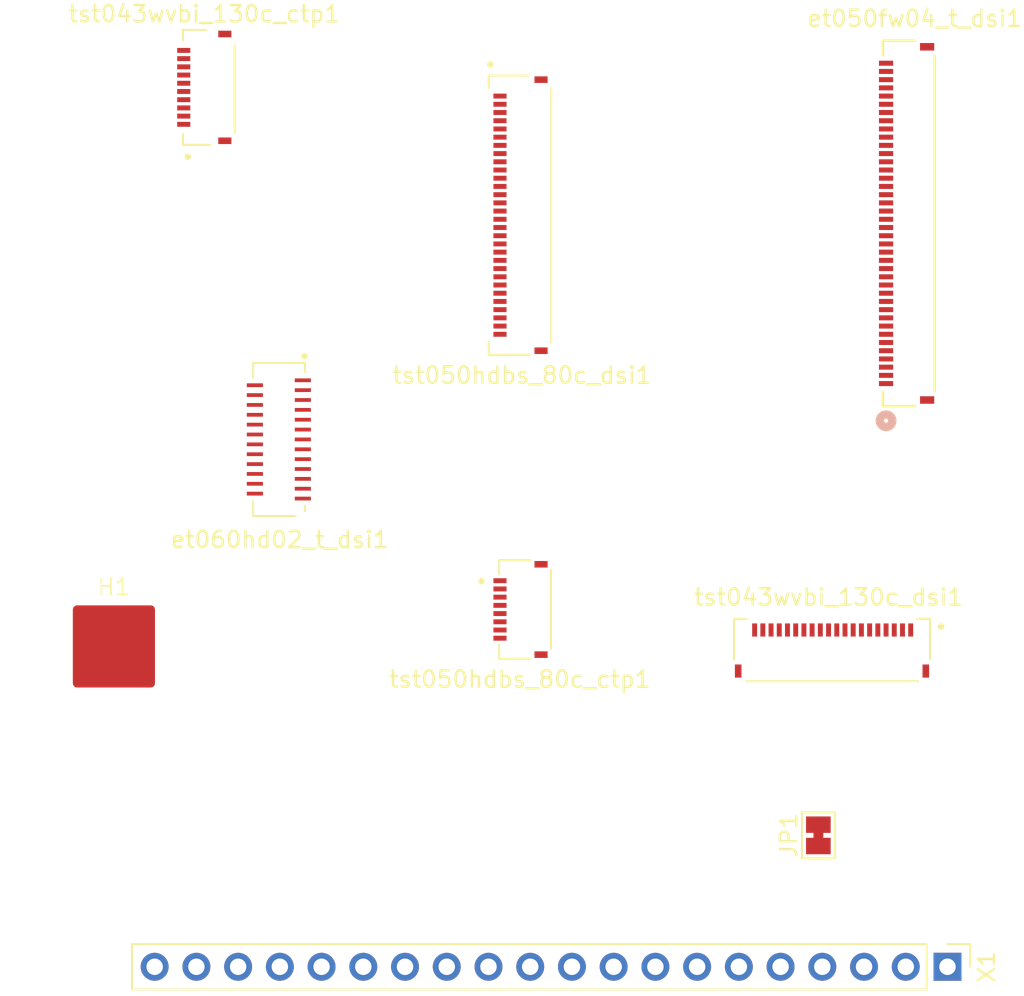
<source format=kicad_pcb>
(kicad_pcb (version 20241229) (generator "pcbnew") (generator_version "9.0")
  (layers (0 "F.Cu" signal) (2 "B.Cu" signal) (13 "F.Paste" user) (15 "B.Paste" user) (5 "F.SilkS" user "F.Silkscreen") (7 "B.SilkS" user "B.Silkscreen") (1 "F.Mask" user) (3 "B.Mask" user) (25 "Edge.Cuts" user))
  (net 0 "")
  (net 1 "GND")
  (net 2 "+1V8")
  (net 3 "VCC")
  (net 4 "/LED_K")
  (net 5 "/DSI_0_P")
  (net 6 "/RESET")
  (net 8 "/LED_A")
  (net 9 "/DSI_1_P")
  (net 10 "/DSI_CLK_P")
  (net 11 "/TE_O")
  (net 12 "/DSI_CLK_N")
  (net 13 "/DSI_1_N")
  (net 14 "/DSI_0_N")
  (net 15 "/DSI_3_P")
  (net 16 "/DSI_3_N")
  (net 17 "/DSI_2_N")
  (net 18 "/DSI_2_P")
  (net 19 "/SDA")
  (net 20 "/SCL")
  (net 21 "/INT")
  (net 25 "/RESET_FAILSAFE")
  (footprint "Jumper:SolderJumper-2_P1.3mm_Bridged_Pad1.0x1.5mm" (layer "F.Cu") (at 153.88 113 90)
    (property "Reference" "JP1" (at 0 -1.8 90) (layer "F.SilkS"))
    (property "Value" "SolderJumper_2_Bridged")
    (fp_poly (pts (xy -0.25 -0.3) (xy 0.25 -0.3) (xy 0.25 0.3) (xy -0.25 0.3)) (fill yes) (layer "F.Cu"))
    (fp_line (start 1.4 -1) (end 1.4 1) (stroke (width 0.12)) (layer "F.SilkS"))
    (fp_line (start -1.4 -1) (end 1.4 -1) (stroke (width 0.12)) (layer "F.SilkS"))
    (fp_line (start 1.4 1) (end -1.4 1) (stroke (width 0.12)) (layer "F.SilkS"))
    (fp_line (start -1.4 1) (end -1.4 -1) (stroke (width 0.12)) (layer "F.SilkS"))
    (pad "1" smd rect (at -0.65 0 90) (size 1 1.5) (layers "F.Cu" "F.Mask") (net 6 "/RESET"))
    (pad "2" smd rect (at 0.65 0 90) (size 1 1.5) (layers "F.Cu" "F.Mask") (net 25 "/RESET_FAILSAFE"))
  )
  (footprint "project:sus-grounding-pad" (layer "F.Cu") (at 111 101.5)
    (property "Reference" "H1" (at 0 -3.625 0) (layer "F.SilkS") (effects (font (thickness 0.1))))
    (property "Value" "MountingHole_Pad")
    (pad "1" smd roundrect (at 0 0) (size 5 5) (layers "F.Cu" "F.Mask" "F.Paste") (roundrect_rratio 0.05) (net 1 "GND"))
  )
  (footprint "project:Cvilux_CF4240FH0R0-05-NH_40pos-0.5mm-zif" (layer "F.Cu") (at 158 85.500002 90)
    (property "Reference" "et050fw04_t_dsi1" (at 22.22 1.75 0) (layer "F.SilkS"))
    (property "Value" "~")
    (fp_line (start 20.875201 -0.1905) (end 19.985142 -0.1905) (stroke (width 0.1524)) (layer "F.SilkS"))
    (fp_line (start -0.48514 -0.1905) (end -1.375199 -0.1905) (stroke (width 0.1524)) (layer "F.SilkS"))
    (fp_line (start -1.375199 -0.1905) (end -1.375199 1.769617) (stroke (width 0.1524)) (layer "F.SilkS"))
    (fp_line (start 20.875201 1.769617) (end 20.875201 -0.1905) (stroke (width 0.1524)) (layer "F.SilkS"))
    (fp_line (start -0.439772 2.9591) (end 19.939774 2.9591) (stroke (width 0.1524)) (layer "F.SilkS"))
    (fp_circle (center -2.264199 0) (end -1.883199 0) (stroke (width 0.508)) (fill no) (layer "F.SilkS"))
    (fp_circle (center -2.264199 0) (end -1.883199 0) (stroke (width 0.508)) (fill no) (layer "B.SilkS"))
    (pad "" smd rect (at -1 2.500122 90) (size 0.4572 0.8636) (layers "F.Cu" "F.Mask" "F.Paste"))
    (pad "" smd rect (at 20.500002 2.500122 90) (size 0.4572 0.8636) (layers "F.Cu" "F.Mask" "F.Paste"))
    (pad "1" smd rect (at 0 0 90) (size 0.3048 0.8636) (layers "F.Cu" "F.Mask" "F.Paste") (net 1 "GND"))
    (pad "2" smd rect (at 0.500002 0 90) (size 0.3048 0.8636) (layers "F.Cu" "F.Mask" "F.Paste") (net 5 "/DSI_0_P"))
    (pad "3" smd rect (at 1.000001 0 90) (size 0.3048 0.8636) (layers "F.Cu" "F.Mask" "F.Paste") (net 14 "/DSI_0_N"))
    (pad "4" smd rect (at 1.5 0 90) (size 0.3048 0.8636) (layers "F.Cu" "F.Mask" "F.Paste") (net 1 "GND"))
    (pad "5" smd rect (at 2.000001 0 90) (size 0.3048 0.8636) (layers "F.Cu" "F.Mask" "F.Paste") (net 9 "/DSI_1_P"))
    (pad "6" smd rect (at 2.5 0 90) (size 0.3048 0.8636) (layers "F.Cu" "F.Mask" "F.Paste") (net 13 "/DSI_1_N"))
    (pad "7" smd rect (at 3.000002 0 90) (size 0.3048 0.8636) (layers "F.Cu" "F.Mask" "F.Paste") (net 1 "GND"))
    (pad "8" smd rect (at 3.500001 0 90) (size 0.3048 0.8636) (layers "F.Cu" "F.Mask" "F.Paste") (net 10 "/DSI_CLK_P"))
    (pad "9" smd rect (at 4 0 90) (size 0.3048 0.8636) (layers "F.Cu" "F.Mask" "F.Paste") (net 12 "/DSI_CLK_N"))
    (pad "10" smd rect (at 4.500001 0 90) (size 0.3048 0.8636) (layers "F.Cu" "F.Mask" "F.Paste") (net 1 "GND"))
    (pad "11" smd rect (at 5 0 90) (size 0.3048 0.8636) (layers "F.Cu" "F.Mask" "F.Paste"))
    (pad "12" smd rect (at 5.500002 0 90) (size 0.3048 0.8636) (layers "F.Cu" "F.Mask" "F.Paste"))
    (pad "13" smd rect (at 6.000001 0 90) (size 0.3048 0.8636) (layers "F.Cu" "F.Mask" "F.Paste") (net 1 "GND"))
    (pad "14" smd rect (at 6.5 0 90) (size 0.3048 0.8636) (layers "F.Cu" "F.Mask" "F.Paste"))
    (pad "15" smd rect (at 7.000001 0 90) (size 0.3048 0.8636) (layers "F.Cu" "F.Mask" "F.Paste"))
    (pad "16" smd rect (at 7.5 0 90) (size 0.3048 0.8636) (layers "F.Cu" "F.Mask" "F.Paste") (net 1 "GND"))
    (pad "17" smd rect (at 8.000002 0 90) (size 0.3048 0.8636) (layers "F.Cu" "F.Mask" "F.Paste") (net 1 "GND"))
    (pad "18" smd rect (at 8.500001 0 90) (size 0.3048 0.8636) (layers "F.Cu" "F.Mask" "F.Paste") (net 2 "+1V8"))
    (pad "19" smd rect (at 9 0 90) (size 0.3048 0.8636) (layers "F.Cu" "F.Mask" "F.Paste") (net 2 "+1V8"))
    (pad "20" smd rect (at 9.500001 0 90) (size 0.3048 0.8636) (layers "F.Cu" "F.Mask" "F.Paste") (net 11 "/TE_O"))
    (pad "21" smd rect (at 10 0 90) (size 0.3048 0.8636) (layers "F.Cu" "F.Mask" "F.Paste"))
    (pad "22" smd rect (at 10.500002 0 90) (size 0.3048 0.8636) (layers "F.Cu" "F.Mask" "F.Paste"))
    (pad "23" smd rect (at 11.000001 0 90) (size 0.3048 0.8636) (layers "F.Cu" "F.Mask" "F.Paste"))
    (pad "24" smd rect (at 11.5 0 90) (size 0.3048 0.8636) (layers "F.Cu" "F.Mask" "F.Paste") (net 6 "/RESET"))
    (pad "25" smd rect (at 12.000002 0 90) (size 0.3048 0.8636) (layers "F.Cu" "F.Mask" "F.Paste"))
    (pad "26" smd rect (at 12.500001 0 90) (size 0.3048 0.8636) (layers "F.Cu" "F.Mask" "F.Paste"))
    (pad "27" smd rect (at 13.000002 0 90) (size 0.3048 0.8636) (layers "F.Cu" "F.Mask" "F.Paste") (net 1 "GND"))
    (pad "28" smd rect (at 13.500001 0 90) (size 0.3048 0.8636) (layers "F.Cu" "F.Mask" "F.Paste") (net 4 "/LED_K"))
    (pad "29" smd rect (at 14 0 90) (size 0.3048 0.8636) (layers "F.Cu" "F.Mask" "F.Paste") (net 4 "/LED_K"))
    (pad "30" smd rect (at 14.500002 0 90) (size 0.3048 0.8636) (layers "F.Cu" "F.Mask" "F.Paste") (net 1 "GND"))
    (pad "31" smd rect (at 15.000001 0 90) (size 0.3048 0.8636) (layers "F.Cu" "F.Mask" "F.Paste"))
    (pad "32" smd rect (at 15.5 0 90) (size 0.3048 0.8636) (layers "F.Cu" "F.Mask" "F.Paste") (net 1 "GND"))
    (pad "33" smd rect (at 16.000001 0 90) (size 0.3048 0.8636) (layers "F.Cu" "F.Mask" "F.Paste") (net 1 "GND"))
    (pad "34" smd rect (at 16.5 0 90) (size 0.3048 0.8636) (layers "F.Cu" "F.Mask" "F.Paste"))
    (pad "35" smd rect (at 17.000002 0 90) (size 0.3048 0.8636) (layers "F.Cu" "F.Mask" "F.Paste") (net 8 "/LED_A"))
    (pad "36" smd rect (at 17.500001 0 90) (size 0.3048 0.8636) (layers "F.Cu" "F.Mask" "F.Paste") (net 8 "/LED_A"))
    (pad "37" smd rect (at 18 0 90) (size 0.3048 0.8636) (layers "F.Cu" "F.Mask" "F.Paste") (net 1 "GND"))
    (pad "38" smd rect (at 18.500001 0 90) (size 0.3048 0.8636) (layers "F.Cu" "F.Mask" "F.Paste") (net 3 "VCC"))
    (pad "39" smd rect (at 19 0 90) (size 0.3048 0.8636) (layers "F.Cu" "F.Mask" "F.Paste") (net 3 "VCC"))
    (pad "40" smd rect (at 19.500002 0 90) (size 0.3048 0.8636) (layers "F.Cu" "F.Mask" "F.Paste"))
  )
  (footprint "Connector_PinHeader_2.54mm:PinHeader_1x20_P2.54mm_Vertical" (layer "F.Cu") (at 161.74 121 -90)
    (property "Reference" "X1" (at 0 -2.38 270) (layer "F.SilkS"))
    (property "Value" "~")
    (fp_line (start -1.38 49.64) (end 1.38 49.64) (stroke (width 0.12)) (layer "F.SilkS"))
    (fp_line (start -1.38 1.27) (end -1.38 49.64) (stroke (width 0.12)) (layer "F.SilkS"))
    (fp_line (start -1.38 1.27) (end 1.38 1.27) (stroke (width 0.12)) (layer "F.SilkS"))
    (fp_line (start 1.38 1.27) (end 1.38 49.64) (stroke (width 0.12)) (layer "F.SilkS"))
    (fp_line (start -1.38 0) (end -1.38 -1.38) (stroke (width 0.12)) (layer "F.SilkS"))
    (fp_line (start -1.38 -1.38) (end 0 -1.38) (stroke (width 0.12)) (layer "F.SilkS"))
    (pad "1" thru_hole rect (at 0 0 270) (size 1.7 1.7) (drill 1) (layers "*.Cu" "*.Mask") (net 3 "VCC"))
    (pad "2" thru_hole circle (at 0 2.54 270) (size 1.7 1.7) (drill 1) (layers "*.Cu" "*.Mask") (net 2 "+1V8"))
    (pad "3" thru_hole circle (at 0 5.08 270) (size 1.7 1.7) (drill 1) (layers "*.Cu" "*.Mask") (net 1 "GND"))
    (pad "4" thru_hole circle (at 0 7.62 270) (size 1.7 1.7) (drill 1) (layers "*.Cu" "*.Mask") (net 6 "/RESET"))
    (pad "5" thru_hole circle (at 0 10.16 270) (size 1.7 1.7) (drill 1) (layers "*.Cu" "*.Mask") (net 21 "/INT"))
    (pad "6" thru_hole circle (at 0 12.7 270) (size 1.7 1.7) (drill 1) (layers "*.Cu" "*.Mask") (net 11 "/TE_O"))
    (pad "7" thru_hole circle (at 0 15.24 270) (size 1.7 1.7) (drill 1) (layers "*.Cu" "*.Mask") (net 20 "/SCL"))
    (pad "8" thru_hole circle (at 0 17.78 270) (size 1.7 1.7) (drill 1) (layers "*.Cu" "*.Mask") (net 19 "/SDA"))
    (pad "9" thru_hole circle (at 0 20.32 270) (size 1.7 1.7) (drill 1) (layers "*.Cu" "*.Mask") (net 8 "/LED_A"))
    (pad "10" thru_hole circle (at 0 22.86 270) (size 1.7 1.7) (drill 1) (layers "*.Cu" "*.Mask") (net 4 "/LED_K"))
    (pad "11" thru_hole circle (at 0 25.4 270) (size 1.7 1.7) (drill 1) (layers "*.Cu" "*.Mask") (net 14 "/DSI_0_N"))
    (pad "12" thru_hole circle (at 0 27.94 270) (size 1.7 1.7) (drill 1) (layers "*.Cu" "*.Mask") (net 5 "/DSI_0_P"))
    (pad "13" thru_hole circle (at 0 30.48 270) (size 1.7 1.7) (drill 1) (layers "*.Cu" "*.Mask") (net 13 "/DSI_1_N"))
    (pad "14" thru_hole circle (at 0 33.02 270) (size 1.7 1.7) (drill 1) (layers "*.Cu" "*.Mask") (net 9 "/DSI_1_P"))
    (pad "15" thru_hole circle (at 0 35.56 270) (size 1.7 1.7) (drill 1) (layers "*.Cu" "*.Mask") (net 12 "/DSI_CLK_N"))
    (pad "16" thru_hole circle (at 0 38.1 270) (size 1.7 1.7) (drill 1) (layers "*.Cu" "*.Mask") (net 10 "/DSI_CLK_P"))
    (pad "17" thru_hole circle (at 0 40.64 270) (size 1.7 1.7) (drill 1) (layers "*.Cu" "*.Mask") (net 17 "/DSI_2_N"))
    (pad "18" thru_hole circle (at 0 43.18 270) (size 1.7 1.7) (drill 1) (layers "*.Cu" "*.Mask") (net 18 "/DSI_2_P"))
    (pad "19" thru_hole circle (at 0 45.72 270) (size 1.7 1.7) (drill 1) (layers "*.Cu" "*.Mask") (net 16 "/DSI_3_N"))
    (pad "20" thru_hole circle (at 0 48.26 270) (size 1.7 1.7) (drill 1) (layers "*.Cu" "*.Mask") (net 15 "/DSI_3_P"))
  )
  (footprint "project:TE_2328702_8pos-0.5mm-zif" (layer "F.Cu") (at 135.7 99.25 90)
    (property "Reference" "tst050hdbs_80c_ctp1" (at -4.25 0 180) (layer "F.SilkS"))
    (property "Value" "~")
    (fp_line (start 3 -1.25) (end 3 0.65) (stroke (width 0.127)) (layer "F.SilkS"))
    (fp_line (start 2.15 -1.25) (end 3 -1.25) (stroke (width 0.127)) (layer "F.SilkS"))
    (fp_line (start -2.15 -1.25) (end -3 -1.25) (stroke (width 0.127)) (layer "F.SilkS"))
    (fp_line (start -3 -1.25) (end -3 0.65) (stroke (width 0.127)) (layer "F.SilkS"))
    (fp_line (start -2.4 1.9) (end 2.4 1.9) (stroke (width 0.127)) (layer "F.SilkS"))
    (fp_circle (center 1.725 -2.325) (end 1.825 -2.325) (stroke (width 0.2)) (fill no) (layer "F.SilkS"))
    (pad "" smd rect (at -2.75 1.3 90) (size 0.4 0.8) (layers "F.Cu" "F.Mask" "F.Paste"))
    (pad "" smd rect (at 2.75 1.3 90) (size 0.4 0.8) (layers "F.Cu" "F.Mask" "F.Paste"))
    (pad "1" smd rect (at 1.75 -1.2 90) (size 0.3 0.8) (layers "F.Cu" "F.Mask" "F.Paste") (net 1 "GND"))
    (pad "2" smd rect (at 1.25 -1.2 90) (size 0.3 0.8) (layers "F.Cu" "F.Mask" "F.Paste") (net 2 "+1V8"))
    (pad "3" smd rect (at 0.75 -1.2 90) (size 0.3 0.8) (layers "F.Cu" "F.Mask" "F.Paste") (net 3 "VCC"))
    (pad "4" smd rect (at 0.25 -1.2 90) (size 0.3 0.8) (layers "F.Cu" "F.Mask" "F.Paste") (net 20 "/SCL"))
    (pad "5" smd rect (at -0.25 -1.2 90) (size 0.3 0.8) (layers "F.Cu" "F.Mask" "F.Paste") (net 19 "/SDA"))
    (pad "6" smd rect (at -0.75 -1.2 90) (size 0.3 0.8) (layers "F.Cu" "F.Mask" "F.Paste") (net 21 "/INT"))
    (pad "7" smd rect (at -1.25 -1.2 90) (size 0.3 0.8) (layers "F.Cu" "F.Mask" "F.Paste") (net 25 "/RESET_FAILSAFE"))
    (pad "8" smd rect (at -1.75 -1.2 90) (size 0.3 0.8) (layers "F.Cu" "F.Mask" "F.Paste") (net 1 "GND"))
  )
  (footprint "project:Cvilux_CF4230FH0R0-05-NH_30pos-0.5mm-zif" (layer "F.Cu") (at 135.72 75.25 90)
    (property "Reference" "tst050hdbs_80c_dsi1" (at -9.741929 0.11858 0) (layer "F.SilkS"))
    (property "Value" "~")
    (fp_line (start 7.72 -1.9) (end 8.5 -1.9) (stroke (width 0.127)) (layer "F.SilkS"))
    (fp_line (start -8.5 -1.9) (end -7.72 -1.9) (stroke (width 0.127)) (layer "F.SilkS"))
    (fp_line (start -8.5 -1.9) (end -8.5 0.56) (stroke (width 0.127)) (layer "F.SilkS"))
    (fp_line (start 8.5 0.56) (end 8.5 -1.9) (stroke (width 0.127)) (layer "F.SilkS"))
    (fp_line (start -7.73 1.9) (end 7.73 1.9) (stroke (width 0.127)) (layer "F.SilkS"))
    (fp_circle (center 9.175 -1.8) (end 9.275 -1.8) (stroke (width 0.2)) (fill no) (layer "F.SilkS"))
    (pad "" smd rect (at -8.25 1.28 90) (size 0.4 0.8) (layers "F.Cu" "F.Mask" "F.Paste"))
    (pad "" smd rect (at 8.25 1.28 90) (size 0.4 0.8) (layers "F.Cu" "F.Mask" "F.Paste"))
    (pad "1" smd rect (at 7.25 -1.22 90) (size 0.3 0.8) (layers "F.Cu" "F.Mask" "F.Paste"))
    (pad "2" smd rect (at 6.75 -1.22 90) (size 0.3 0.8) (layers "F.Cu" "F.Mask" "F.Paste") (net 8 "/LED_A"))
    (pad "3" smd rect (at 6.25 -1.22 90) (size 0.3 0.8) (layers "F.Cu" "F.Mask" "F.Paste") (net 8 "/LED_A"))
    (pad "4" smd rect (at 5.75 -1.22 90) (size 0.3 0.8) (layers "F.Cu" "F.Mask" "F.Paste") (net 4 "/LED_K"))
    (pad "5" smd rect (at 5.25 -1.22 90) (size 0.3 0.8) (layers "F.Cu" "F.Mask" "F.Paste") (net 4 "/LED_K"))
    (pad "6" smd rect (at 4.75 -1.22 90) (size 0.3 0.8) (layers "F.Cu" "F.Mask" "F.Paste") (net 1 "GND"))
    (pad "7" smd rect (at 4.25 -1.22 90) (size 0.3 0.8) (layers "F.Cu" "F.Mask" "F.Paste") (net 3 "VCC"))
    (pad "8" smd rect (at 3.75 -1.22 90) (size 0.3 0.8) (layers "F.Cu" "F.Mask" "F.Paste") (net 2 "+1V8"))
    (pad "9" smd rect (at 3.25 -1.22 90) (size 0.3 0.8) (layers "F.Cu" "F.Mask" "F.Paste"))
    (pad "10" smd rect (at 2.75 -1.22 90) (size 0.3 0.8) (layers "F.Cu" "F.Mask" "F.Paste") (net 11 "/TE_O"))
    (pad "11" smd rect (at 2.25 -1.22 90) (size 0.3 0.8) (layers "F.Cu" "F.Mask" "F.Paste") (net 6 "/RESET"))
    (pad "12" smd rect (at 1.75 -1.22 90) (size 0.3 0.8) (layers "F.Cu" "F.Mask" "F.Paste") (net 1 "GND"))
    (pad "13" smd rect (at 1.25 -1.22 90) (size 0.3 0.8) (layers "F.Cu" "F.Mask" "F.Paste") (net 14 "/DSI_0_N"))
    (pad "14" smd rect (at 0.75 -1.22 90) (size 0.3 0.8) (layers "F.Cu" "F.Mask" "F.Paste") (net 5 "/DSI_0_P"))
    (pad "15" smd rect (at 0.25 -1.22 90) (size 0.3 0.8) (layers "F.Cu" "F.Mask" "F.Paste") (net 1 "GND"))
    (pad "16" smd rect (at -0.25 -1.22 90) (size 0.3 0.8) (layers "F.Cu" "F.Mask" "F.Paste") (net 13 "/DSI_1_N"))
    (pad "17" smd rect (at -0.75 -1.22 90) (size 0.3 0.8) (layers "F.Cu" "F.Mask" "F.Paste") (net 9 "/DSI_1_P"))
    (pad "18" smd rect (at -1.25 -1.22 90) (size 0.3 0.8) (layers "F.Cu" "F.Mask" "F.Paste") (net 1 "GND"))
    (pad "19" smd rect (at -1.75 -1.22 90) (size 0.3 0.8) (layers "F.Cu" "F.Mask" "F.Paste") (net 12 "/DSI_CLK_N"))
    (pad "20" smd rect (at -2.25 -1.22 90) (size 0.3 0.8) (layers "F.Cu" "F.Mask" "F.Paste") (net 10 "/DSI_CLK_P"))
    (pad "21" smd rect (at -2.75 -1.22 90) (size 0.3 0.8) (layers "F.Cu" "F.Mask" "F.Paste") (net 1 "GND"))
    (pad "22" smd rect (at -3.25 -1.22 90) (size 0.3 0.8) (layers "F.Cu" "F.Mask" "F.Paste") (net 17 "/DSI_2_N"))
    (pad "23" smd rect (at -3.75 -1.22 90) (size 0.3 0.8) (layers "F.Cu" "F.Mask" "F.Paste") (net 18 "/DSI_2_P"))
    (pad "24" smd rect (at -4.25 -1.22 90) (size 0.3 0.8) (layers "F.Cu" "F.Mask" "F.Paste") (net 1 "GND"))
    (pad "25" smd rect (at -4.75 -1.22 90) (size 0.3 0.8) (layers "F.Cu" "F.Mask" "F.Paste") (net 16 "/DSI_3_N"))
    (pad "26" smd rect (at -5.25 -1.22 90) (size 0.3 0.8) (layers "F.Cu" "F.Mask" "F.Paste") (net 15 "/DSI_3_P"))
    (pad "27" smd rect (at -5.75 -1.22 90) (size 0.3 0.8) (layers "F.Cu" "F.Mask" "F.Paste") (net 1 "GND"))
    (pad "28" smd rect (at -6.25 -1.22 90) (size 0.3 0.8) (layers "F.Cu" "F.Mask" "F.Paste") (net 1 "GND"))
    (pad "29" smd rect (at -6.75 -1.22 90) (size 0.3 0.8) (layers "F.Cu" "F.Mask" "F.Paste"))
    (pad "30" smd rect (at -7.25 -1.22 90) (size 0.3 0.8) (layers "F.Cu" "F.Mask" "F.Paste"))
  )
  (footprint "project:Cvilux_CF5825DH0RA-NH_25pos-0.3mm-zif" (layer "F.Cu") (at 121.1 89.19 90)
    (property "Reference" "et060hd02_t_dsi1" (at -5.81 0 0) (layer "F.SilkS"))
    (property "Value" "~")
    (fp_line (start 4.025 -1.625) (end 4.95 -1.625) (stroke (width 0.127)) (layer "F.SilkS"))
    (fp_line (start -4.375 -1.625) (end -3.48 -1.625) (stroke (width 0.127)) (layer "F.SilkS"))
    (fp_line (start -4.375 -1.625) (end -4.375 0.95) (stroke (width 0.127)) (layer "F.SilkS"))
    (fp_line (start 4.95 1.525) (end 4.95 -1.625) (stroke (width 0.127)) (layer "F.SilkS"))
    (fp_line (start 4.405 1.525) (end 4.95 1.525) (stroke (width 0.127)) (layer "F.SilkS"))
    (fp_line (start -4.075 1.525) (end -3.75 1.525) (stroke (width 0.127)) (layer "F.SilkS"))
    (fp_circle (center 5.35 1.5) (end 5.35 1.5) (stroke (width 0.2)) (fill no) (layer "F.SilkS"))
    (pad "1" smd rect (at 3.89 1.4 90) (size 0.23 0.98) (layers "F.Cu" "F.Mask" "F.Paste") (net 16 "/DSI_3_N"))
    (pad "2" smd rect (at 3.59 -1.52 90) (size 0.23 0.98) (layers "F.Cu" "F.Mask" "F.Paste") (net 15 "/DSI_3_P"))
    (pad "3" smd rect (at 3.29 1.4 90) (size 0.23 0.98) (layers "F.Cu" "F.Mask" "F.Paste") (net 1 "GND"))
    (pad "4" smd rect (at 2.99 -1.52 90) (size 0.23 0.98) (layers "F.Cu" "F.Mask" "F.Paste") (net 17 "/DSI_2_N"))
    (pad "5" smd rect (at 2.69 1.4 90) (size 0.23 0.98) (layers "F.Cu" "F.Mask" "F.Paste") (net 18 "/DSI_2_P"))
    (pad "6" smd rect (at 2.39 -1.52 90) (size 0.23 0.98) (layers "F.Cu" "F.Mask" "F.Paste") (net 1 "GND"))
    (pad "7" smd rect (at 2.09 1.4 90) (size 0.23 0.98) (layers "F.Cu" "F.Mask" "F.Paste") (net 12 "/DSI_CLK_N"))
    (pad "8" smd rect (at 1.79 -1.52 90) (size 0.23 0.98) (layers "F.Cu" "F.Mask" "F.Paste") (net 10 "/DSI_CLK_P"))
    (pad "9" smd rect (at 1.49 1.4 90) (size 0.23 0.98) (layers "F.Cu" "F.Mask" "F.Paste") (net 1 "GND"))
    (pad "10" smd rect (at 1.19 -1.52 90) (size 0.23 0.98) (layers "F.Cu" "F.Mask" "F.Paste") (net 13 "/DSI_1_N"))
    (pad "11" smd rect (at 0.89 1.4 90) (size 0.23 0.98) (layers "F.Cu" "F.Mask" "F.Paste") (net 9 "/DSI_1_P"))
    (pad "12" smd rect (at 0.59 -1.52 90) (size 0.23 0.98) (layers "F.Cu" "F.Mask" "F.Paste") (net 1 "GND"))
    (pad "13" smd rect (at 0.29 1.4 90) (size 0.23 0.98) (layers "F.Cu" "F.Mask" "F.Paste") (net 14 "/DSI_0_N"))
    (pad "14" smd rect (at -0.01 -1.52 90) (size 0.23 0.98) (layers "F.Cu" "F.Mask" "F.Paste") (net 5 "/DSI_0_P"))
    (pad "15" smd rect (at -0.31 1.4 90) (size 0.23 0.98) (layers "F.Cu" "F.Mask" "F.Paste") (net 1 "GND"))
    (pad "16" smd rect (at -0.61 -1.52 90) (size 0.23 0.98) (layers "F.Cu" "F.Mask" "F.Paste") (net 6 "/RESET"))
    (pad "17" smd rect (at -0.91 1.4 90) (size 0.23 0.98) (layers "F.Cu" "F.Mask" "F.Paste") (net 3 "VCC"))
    (pad "18" smd rect (at -1.21 -1.52 90) (size 0.23 0.98) (layers "F.Cu" "F.Mask" "F.Paste") (net 2 "+1V8"))
    (pad "19" smd rect (at -1.51 1.4 90) (size 0.23 0.98) (layers "F.Cu" "F.Mask" "F.Paste") (net 1 "GND"))
    (pad "20" smd rect (at -1.81 -1.52 90) (size 0.23 0.98) (layers "F.Cu" "F.Mask" "F.Paste"))
    (pad "21" smd rect (at -2.11 1.4 90) (size 0.23 0.98) (layers "F.Cu" "F.Mask" "F.Paste") (net 4 "/LED_K"))
    (pad "22" smd rect (at -2.41 -1.52 90) (size 0.23 0.98) (layers "F.Cu" "F.Mask" "F.Paste") (net 4 "/LED_K"))
    (pad "23" smd rect (at -2.71 1.4 90) (size 0.23 0.98) (layers "F.Cu" "F.Mask" "F.Paste"))
    (pad "24" smd rect (at -3.01 -1.52 90) (size 0.23 0.98) (layers "F.Cu" "F.Mask" "F.Paste") (net 8 "/LED_A"))
    (pad "25" smd rect (at -3.31 1.4 90) (size 0.23 0.98) (layers "F.Cu" "F.Mask" "F.Paste") (net 8 "/LED_A"))
  )
  (footprint "project:Cvilux_CF4220FH0R0-05-NH_20pos-0.5mm-zif" (layer "F.Cu") (at 157.25 101.72)
    (property "Reference" "tst043wvbi_130c_dsi1" (at -2.75 -3.22 0) (layer "F.SilkS"))
    (property "Value" "~")
    (fp_line (start -8.5 -1.9) (end -8.5 0.56) (stroke (width 0.127)) (layer "F.SilkS"))
    (fp_line (start -8.5 -1.9) (end -7.72 -1.9) (stroke (width 0.127)) (layer "F.SilkS"))
    (fp_line (start -7.73 1.9) (end 2.7 1.9) (stroke (width 0.127)) (layer "F.SilkS"))
    (fp_line (start 2.65 -1.9) (end 3.43 -1.9) (stroke (width 0.127)) (layer "F.SilkS"))
    (fp_line (start 3.43 0.56) (end 3.43 -1.9) (stroke (width 0.127)) (layer "F.SilkS"))
    (fp_circle (center 4.1 -1.425) (end 4.2 -1.425) (stroke (width 0.2)) (fill no) (layer "F.SilkS"))
    (pad "" smd rect (at -8.25 1.28) (size 0.4 0.8) (layers "F.Cu" "F.Mask" "F.Paste"))
    (pad "" smd rect (at 3.17 1.28) (size 0.4 0.8) (layers "F.Cu" "F.Mask" "F.Paste"))
    (pad "1" smd rect (at 2.25 -1.22) (size 0.3 0.8) (layers "F.Cu" "F.Mask" "F.Paste") (net 8 "/LED_A"))
    (pad "2" smd rect (at 1.75 -1.22) (size 0.3 0.8) (layers "F.Cu" "F.Mask" "F.Paste") (net 8 "/LED_A"))
    (pad "3" smd rect (at 1.25 -1.22) (size 0.3 0.8) (layers "F.Cu" "F.Mask" "F.Paste") (net 4 "/LED_K"))
    (pad "4" smd rect (at 0.75 -1.22) (size 0.3 0.8) (layers "F.Cu" "F.Mask" "F.Paste") (net 4 "/LED_K"))
    (pad "5" smd rect (at 0.25 -1.22) (size 0.3 0.8) (layers "F.Cu" "F.Mask" "F.Paste"))
    (pad "6" smd rect (at -0.25 -1.22) (size 0.3 0.8) (layers "F.Cu" "F.Mask" "F.Paste") (net 3 "VCC"))
    (pad "7" smd rect (at -0.75 -1.22) (size 0.3 0.8) (layers "F.Cu" "F.Mask" "F.Paste") (net 2 "+1V8"))
    (pad "8" smd rect (at -1.25 -1.22) (size 0.3 0.8) (layers "F.Cu" "F.Mask" "F.Paste") (net 1 "GND"))
    (pad "9" smd rect (at -1.75 -1.22) (size 0.3 0.8) (layers "F.Cu" "F.Mask" "F.Paste") (net 11 "/TE_O"))
    (pad "10" smd rect (at -2.25 -1.22) (size 0.3 0.8) (layers "F.Cu" "F.Mask" "F.Paste") (net 6 "/RESET"))
    (pad "11" smd rect (at -2.75 -1.22) (size 0.3 0.8) (layers "F.Cu" "F.Mask" "F.Paste") (net 1 "GND"))
    (pad "12" smd rect (at -3.25 -1.22) (size 0.3 0.8) (layers "F.Cu" "F.Mask" "F.Paste") (net 9 "/DSI_1_P"))
    (pad "13" smd rect (at -3.75 -1.22) (size 0.3 0.8) (layers "F.Cu" "F.Mask" "F.Paste") (net 13 "/DSI_1_N"))
    (pad "14" smd rect (at -4.25 -1.22) (size 0.3 0.8) (layers "F.Cu" "F.Mask" "F.Paste") (net 1 "GND"))
    (pad "15" smd rect (at -4.75 -1.22) (size 0.3 0.8) (layers "F.Cu" "F.Mask" "F.Paste") (net 14 "/DSI_0_N"))
    (pad "16" smd rect (at -5.25 -1.22) (size 0.3 0.8) (layers "F.Cu" "F.Mask" "F.Paste") (net 5 "/DSI_0_P"))
    (pad "17" smd rect (at -5.75 -1.22) (size 0.3 0.8) (layers "F.Cu" "F.Mask" "F.Paste") (net 1 "GND"))
    (pad "18" smd rect (at -6.25 -1.22) (size 0.3 0.8) (layers "F.Cu" "F.Mask" "F.Paste") (net 10 "/DSI_CLK_P"))
    (pad "19" smd rect (at -6.75 -1.22) (size 0.3 0.8) (layers "F.Cu" "F.Mask" "F.Paste") (net 12 "/DSI_CLK_N"))
    (pad "20" smd rect (at -7.25 -1.22) (size 0.3 0.8) (layers "F.Cu" "F.Mask" "F.Paste") (net 1 "GND"))
  )
  (footprint "project:TE_1-2328702-0_10pos-0.5mm-zif" (layer "F.Cu") (at 115.25 65.22 90)
    (property "Reference" "tst043wvbi_130c_ctp1" (at 2.22 1.25 180) (layer "F.SilkS"))
    (property "Value" "~")
    (fp_line (start 1.25 -0.05) (end 1.25 1.375) (stroke (width 0.127)) (layer "F.SilkS"))
    (fp_line (start 0.625 -0.05) (end 1.25 -0.05) (stroke (width 0.127)) (layer "F.SilkS"))
    (fp_line (start -5.1 -0.05) (end -5.75 -0.05) (stroke (width 0.127)) (layer "F.SilkS"))
    (fp_line (start -5.75 -0.05) (end -5.75 1.625) (stroke (width 0.127)) (layer "F.SilkS"))
    (fp_line (start -5.025 3.1) (end 0.3 3.1) (stroke (width 0.127)) (layer "F.SilkS"))
    (fp_circle (center -6.475 0.25) (end -6.375 0.25) (stroke (width 0.2)) (fill no) (layer "F.SilkS"))
    (pad "" smd rect (at -5.5 2.5 90) (size 0.4 0.8) (layers "F.Cu" "F.Mask" "F.Paste"))
    (pad "" smd rect (at 1 2.5 90) (size 0.4 0.8) (layers "F.Cu" "F.Mask" "F.Paste"))
    (pad "1" smd rect (at -4.5 0 90) (size 0.3 0.8) (layers "F.Cu" "F.Mask" "F.Paste"))
    (pad "2" smd rect (at -4 0 90) (size 0.3 0.8) (layers "F.Cu" "F.Mask" "F.Paste"))
    (pad "3" smd rect (at -3.5 0 90) (size 0.3 0.8) (layers "F.Cu" "F.Mask" "F.Paste") (net 25 "/RESET_FAILSAFE"))
    (pad "4" smd rect (at -3 0 90) (size 0.3 0.8) (layers "F.Cu" "F.Mask" "F.Paste") (net 1 "GND"))
    (pad "5" smd rect (at -2.5 0 90) (size 0.3 0.8) (layers "F.Cu" "F.Mask" "F.Paste") (net 21 "/INT"))
    (pad "6" smd rect (at -2 0 90) (size 0.3 0.8) (layers "F.Cu" "F.Mask" "F.Paste") (net 19 "/SDA"))
    (pad "7" smd rect (at -1.5 0 90) (size 0.3 0.8) (layers "F.Cu" "F.Mask" "F.Paste") (net 20 "/SCL"))
    (pad "8" smd rect (at -1 0 90) (size 0.3 0.8) (layers "F.Cu" "F.Mask" "F.Paste") (net 1 "GND"))
    (pad "9" smd rect (at -0.5 0 90) (size 0.3 0.8) (layers "F.Cu" "F.Mask" "F.Paste") (net 1 "GND"))
    (pad "10" smd rect (at 0 0 90) (size 0.3 0.8) (layers "F.Cu" "F.Mask" "F.Paste") (net 3 "VCC"))
  )
)
</source>
